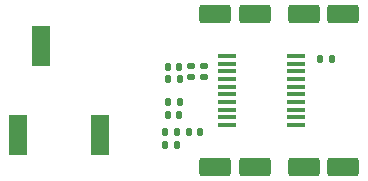
<source format=gtp>
%TF.GenerationSoftware,KiCad,Pcbnew,(6.0.0-0)*%
%TF.CreationDate,2022-11-25T09:40:39+01:00*%
%TF.ProjectId,pcm5102a_codec_breakout,70636d35-3130-4326-915f-636f6465635f,rev?*%
%TF.SameCoordinates,Original*%
%TF.FileFunction,Paste,Top*%
%TF.FilePolarity,Positive*%
%FSLAX46Y46*%
G04 Gerber Fmt 4.6, Leading zero omitted, Abs format (unit mm)*
G04 Created by KiCad (PCBNEW (6.0.0-0)) date 2022-11-25 09:40:39*
%MOMM*%
%LPD*%
G01*
G04 APERTURE LIST*
G04 Aperture macros list*
%AMRoundRect*
0 Rectangle with rounded corners*
0 $1 Rounding radius*
0 $2 $3 $4 $5 $6 $7 $8 $9 X,Y pos of 4 corners*
0 Add a 4 corners polygon primitive as box body*
4,1,4,$2,$3,$4,$5,$6,$7,$8,$9,$2,$3,0*
0 Add four circle primitives for the rounded corners*
1,1,$1+$1,$2,$3*
1,1,$1+$1,$4,$5*
1,1,$1+$1,$6,$7*
1,1,$1+$1,$8,$9*
0 Add four rect primitives between the rounded corners*
20,1,$1+$1,$2,$3,$4,$5,0*
20,1,$1+$1,$4,$5,$6,$7,0*
20,1,$1+$1,$6,$7,$8,$9,0*
20,1,$1+$1,$8,$9,$2,$3,0*%
G04 Aperture macros list end*
%ADD10R,1.500000X3.500000*%
%ADD11RoundRect,0.140000X0.140000X0.170000X-0.140000X0.170000X-0.140000X-0.170000X0.140000X-0.170000X0*%
%ADD12RoundRect,0.140000X-0.170000X0.140000X-0.170000X-0.140000X0.170000X-0.140000X0.170000X0.140000X0*%
%ADD13RoundRect,0.140000X-0.140000X-0.170000X0.140000X-0.170000X0.140000X0.170000X-0.140000X0.170000X0*%
%ADD14RoundRect,0.250000X-1.075000X-0.550000X1.075000X-0.550000X1.075000X0.550000X-1.075000X0.550000X0*%
%ADD15RoundRect,0.135000X-0.135000X-0.185000X0.135000X-0.185000X0.135000X0.185000X-0.135000X0.185000X0*%
%ADD16R,1.500000X0.450000*%
G04 APERTURE END LIST*
D10*
X124100000Y-86250000D03*
X122100000Y-93750000D03*
X129100000Y-93750000D03*
D11*
X148680000Y-87300000D03*
X147720000Y-87300000D03*
D12*
X137900000Y-87920000D03*
X137900000Y-88880000D03*
D13*
X135780000Y-88000000D03*
X134820000Y-88000000D03*
D12*
X136800000Y-87920000D03*
X136800000Y-88880000D03*
D14*
X146325000Y-83500000D03*
X149675000Y-83500000D03*
D11*
X135580000Y-93500000D03*
X134620000Y-93500000D03*
D13*
X134620000Y-94600000D03*
X135580000Y-94600000D03*
D15*
X134790000Y-91000000D03*
X135810000Y-91000000D03*
D14*
X138825000Y-96500000D03*
X142175000Y-96500000D03*
D15*
X134790000Y-89000000D03*
X135810000Y-89000000D03*
D16*
X139850000Y-87075000D03*
X139850000Y-87725000D03*
X139850000Y-88375000D03*
X139850000Y-89025000D03*
X139850000Y-89675000D03*
X139850000Y-90325000D03*
X139850000Y-90975000D03*
X139850000Y-91625000D03*
X139850000Y-92275000D03*
X139850000Y-92925000D03*
X145650000Y-92925000D03*
X145650000Y-92275000D03*
X145650000Y-91625000D03*
X145650000Y-90975000D03*
X145650000Y-90325000D03*
X145650000Y-89675000D03*
X145650000Y-89025000D03*
X145650000Y-88375000D03*
X145650000Y-87725000D03*
X145650000Y-87075000D03*
D11*
X135780000Y-92100000D03*
X134820000Y-92100000D03*
D14*
X146325000Y-96500000D03*
X149675000Y-96500000D03*
X138825000Y-83500000D03*
X142175000Y-83500000D03*
D11*
X137580000Y-93500000D03*
X136620000Y-93500000D03*
M02*

</source>
